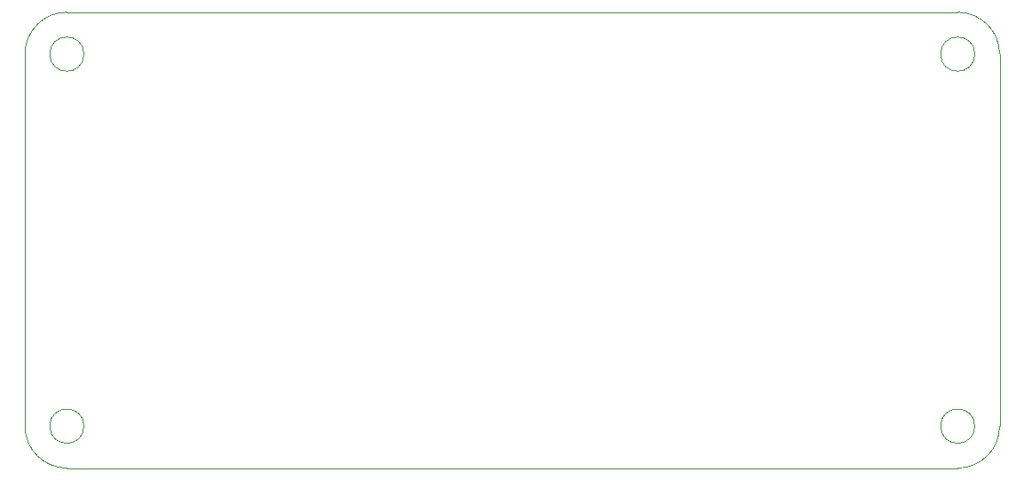
<source format=gbr>
G04 #@! TF.FileFunction,Profile,NP*
%FSLAX46Y46*%
G04 Gerber Fmt 4.6, Leading zero omitted, Abs format (unit mm)*
G04 Created by KiCad (PCBNEW 4.0.7-e2-6376~58~ubuntu16.04.1) date Mon Nov 27 21:16:57 2017*
%MOMM*%
%LPD*%
G01*
G04 APERTURE LIST*
%ADD10C,0.100000*%
G04 APERTURE END LIST*
D10*
X191001100Y-83253600D02*
G75*
G02X195001100Y-87253600I0J-4000000D01*
G01*
X192633050Y-87253600D02*
G75*
G03X192633050Y-87253600I-1631950J0D01*
G01*
X195001100Y-122753600D02*
G75*
G02X191001100Y-126753600I-4000000J0D01*
G01*
X192633050Y-122753600D02*
G75*
G03X192633050Y-122753600I-1631950J0D01*
G01*
X106001100Y-126753600D02*
G75*
G02X102001100Y-122753600I0J4000000D01*
G01*
X107633050Y-122753600D02*
G75*
G03X107633050Y-122753600I-1631950J0D01*
G01*
X102001100Y-87253600D02*
G75*
G02X106001100Y-83253600I4000000J0D01*
G01*
X107633050Y-87253600D02*
G75*
G03X107633050Y-87253600I-1631950J0D01*
G01*
X195001100Y-87253600D02*
X195001100Y-122753600D01*
X191001100Y-126753600D02*
X106001100Y-126753600D01*
X102001100Y-87253600D02*
X102001100Y-122753600D01*
X191001100Y-83253600D02*
X106001100Y-83253600D01*
M02*

</source>
